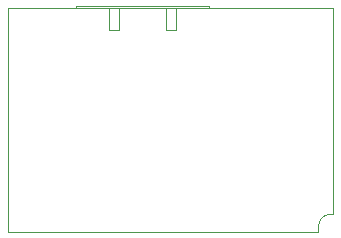
<source format=gbr>
%TF.GenerationSoftware,KiCad,Pcbnew,7.0.10*%
%TF.CreationDate,2024-02-22T14:43:34-08:00*%
%TF.ProjectId,beeper-design,62656570-6572-42d6-9465-7369676e2e6b,rev?*%
%TF.SameCoordinates,Original*%
%TF.FileFunction,AssemblyDrawing,Bot*%
%FSLAX46Y46*%
G04 Gerber Fmt 4.6, Leading zero omitted, Abs format (unit mm)*
G04 Created by KiCad (PCBNEW 7.0.10) date 2024-02-22 14:43:34*
%MOMM*%
%LPD*%
G01*
G04 APERTURE LIST*
%TA.AperFunction,Profile*%
%ADD10C,0.050000*%
%TD*%
G04 APERTURE END LIST*
D10*
X134301369Y-98513144D02*
X134301369Y-100393144D01*
X139051369Y-100393144D02*
X139901369Y-100393144D01*
X125750000Y-117500000D02*
X125750000Y-98500000D01*
X152000000Y-117000000D02*
X152000000Y-117500000D01*
X139901369Y-98513144D02*
X142701369Y-98513144D01*
X152000000Y-117500000D02*
X125750000Y-117500000D01*
X139051369Y-98513144D02*
X139051369Y-100393144D01*
X139901369Y-100393144D02*
X139901369Y-98513144D01*
X153250000Y-116000000D02*
X153000000Y-116000000D01*
X125750000Y-98500000D02*
X153250000Y-98500000D01*
X134301369Y-100393144D02*
X135151369Y-100393144D01*
X131501369Y-98513144D02*
X134301369Y-98513144D01*
X153250000Y-98500000D02*
X153250000Y-116000000D01*
X135151369Y-100393144D02*
X135151369Y-98513144D01*
X135151369Y-98513144D02*
X139051369Y-98513144D01*
X131501369Y-98363144D02*
X131501369Y-98513144D01*
X142701369Y-98363144D02*
X131501369Y-98363144D01*
X142701369Y-98513144D02*
X142701369Y-98363144D01*
X153000000Y-116000000D02*
G75*
G03*
X152000000Y-117000000I0J-1000000D01*
G01*
M02*

</source>
